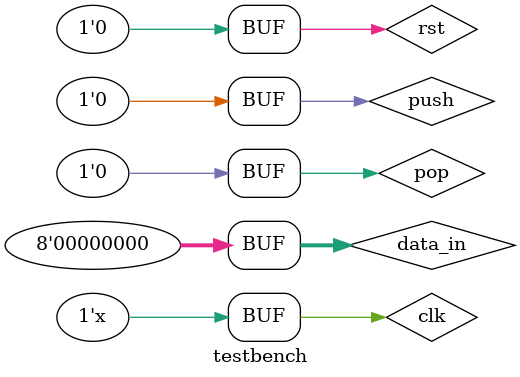
<source format=v>
`define BUF_WIDTH 3    // BUF_SIZE = 16 -> BUF_WIDTH = 4, no. of bits to be used in pointer
`define BUF_SIZE ( 1<<`BUF_WIDTH )

module testbench();

reg                 rst, clk, push, pop;   

reg [7:0]           data_in;                   

// port to output the data using pop.
wire[7:0]           data_out;                  

// buffer empty and full indication 
wire                empty, full;      

// number of data pushed in to buffer 
wire[`BUF_WIDTH :0] fifo_counter;  

fifo fifo_0
            (.rst       (rst),
            .clk        (clk),
            .push       (push),
            .pop        (pop),
            .data_in    (data_in),
            .data_out   (data_out),
            .empty      (empty),
            .full       (full),
            .fifo_counter   (fifo_counter)
            );

initial begin

rst = 1'b1;
clk = 1'b0;
push = 1'b0;
pop = 1'b0;
data_in = 8'b11111111;

#10
rst = 1'b0;

#10
push = 1'b1;//1
#10 
push = 1'b0;
data_in = 8'b11110000;

#10
push = 1'b1;//2
#10 
push = 1'b0;
data_in = 8'b11111010;

#10
push = 1'b1;//3
#10 
push = 1'b0;
data_in = 8'b10101010;

#10
push = 1'b1;//4
#10 
push = 1'b0;
data_in = 8'b11110001;

#10
push = 1'b1;//5
#10 
push = 1'b0;
data_in = 8'b00001111;

#10
push = 1'b1;//6
#10 
push = 1'b0;
data_in = 8'b11110101;

#10
push = 1'b1;//7
#10 
push = 1'b0;
data_in = 8'b00000101;

#10
push = 1'b1;//8
#10 
push = 1'b0;
data_in = 8'b00010101;

#10
push = 1'b1;//9
#10 
push = 1'b0;
data_in = 8'b00000000;

#10
push = 1'b1;//10
#10 
push = 1'b0;
data_in = 8'b11111111;

#10
push = 1'b1;//10
#10 
push = 1'b0;
data_in = 8'b00000000;

#40

pop = 1'b1;
#10
pop = 1'b0;
#10
pop = 1'b1;
#10
pop = 1'b0;
#10
pop = 1'b1;
#10
pop = 1'b0;
#10
pop = 1'b1;
#10
pop = 1'b0;
#10
pop = 1'b1;
#10
pop = 1'b0;
#10
pop = 1'b1;
#10
pop = 1'b0;
#10
pop = 1'b1;
#10
pop = 1'b0;
#10
pop = 1'b1;
#10
pop = 1'b0;
#10
pop = 1'b1;
#10
pop = 1'b0;
#10
pop = 1'b1;
#10
pop = 1'b0;

#50
pop = 1'b1;
#10
pop = 1'b0;
end



always begin
clk = #5 !clk;
end
endmodule

</source>
